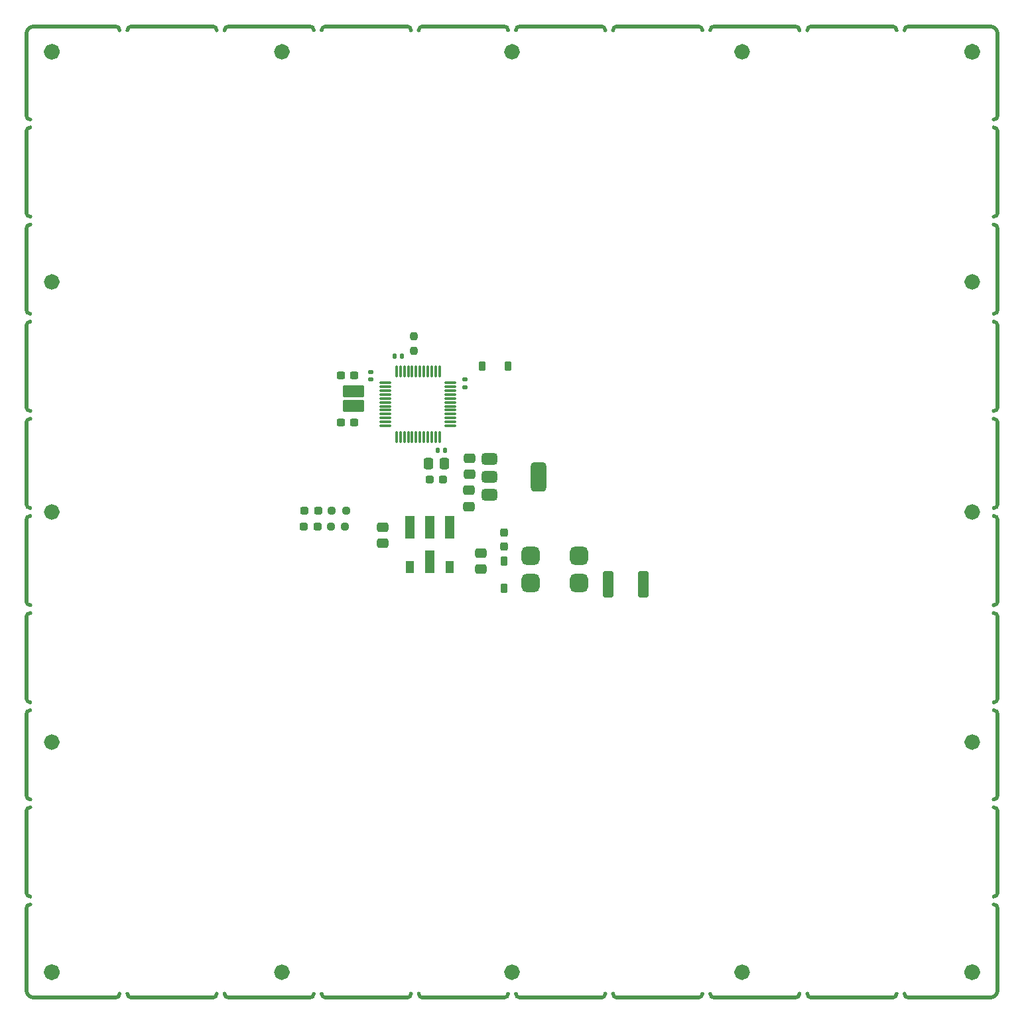
<source format=gtp>
G04 #@! TF.GenerationSoftware,KiCad,Pcbnew,9.0.1+1*
G04 #@! TF.CreationDate,2025-10-27T20:26:38+00:00*
G04 #@! TF.ProjectId,stencil,7374656e-6369-46c2-9e6b-696361645f70,rev?*
G04 #@! TF.SameCoordinates,Original*
G04 #@! TF.FileFunction,Paste,Top*
G04 #@! TF.FilePolarity,Positive*
%FSLAX46Y46*%
G04 Gerber Fmt 4.6, Leading zero omitted, Abs format (unit mm)*
G04 Created by KiCad (PCBNEW 9.0.1+1) date 2025-10-27 20:26:38*
%MOMM*%
%LPD*%
G01*
G04 APERTURE LIST*
G04 Aperture macros list*
%AMRoundRect*
0 Rectangle with rounded corners*
0 $1 Rounding radius*
0 $2 $3 $4 $5 $6 $7 $8 $9 X,Y pos of 4 corners*
0 Add a 4 corners polygon primitive as box body*
4,1,4,$2,$3,$4,$5,$6,$7,$8,$9,$2,$3,0*
0 Add four circle primitives for the rounded corners*
1,1,$1+$1,$2,$3*
1,1,$1+$1,$4,$5*
1,1,$1+$1,$6,$7*
1,1,$1+$1,$8,$9*
0 Add four rect primitives between the rounded corners*
20,1,$1+$1,$2,$3,$4,$5,0*
20,1,$1+$1,$4,$5,$6,$7,0*
20,1,$1+$1,$6,$7,$8,$9,0*
20,1,$1+$1,$8,$9,$2,$3,0*%
G04 Aperture macros list end*
%ADD10C,0.500000*%
%ADD11C,1.000000*%
%ADD12C,1.050000*%
%ADD13RoundRect,0.237500X-0.287500X-0.237500X0.287500X-0.237500X0.287500X0.237500X-0.287500X0.237500X0*%
%ADD14RoundRect,0.225000X-0.225000X-0.375000X0.225000X-0.375000X0.225000X0.375000X-0.225000X0.375000X0*%
%ADD15RoundRect,0.140000X-0.170000X0.140000X-0.170000X-0.140000X0.170000X-0.140000X0.170000X0.140000X0*%
%ADD16RoundRect,0.237500X-0.300000X-0.237500X0.300000X-0.237500X0.300000X0.237500X-0.300000X0.237500X0*%
%ADD17RoundRect,0.575000X-0.575000X-0.575000X0.575000X-0.575000X0.575000X0.575000X-0.575000X0.575000X0*%
%ADD18RoundRect,0.140000X0.170000X-0.140000X0.170000X0.140000X-0.170000X0.140000X-0.170000X-0.140000X0*%
%ADD19RoundRect,0.237500X-0.250000X-0.237500X0.250000X-0.237500X0.250000X0.237500X-0.250000X0.237500X0*%
%ADD20RoundRect,0.250000X-0.475000X0.337500X-0.475000X-0.337500X0.475000X-0.337500X0.475000X0.337500X0*%
%ADD21RoundRect,0.140000X0.140000X0.170000X-0.140000X0.170000X-0.140000X-0.170000X0.140000X-0.170000X0*%
%ADD22RoundRect,0.140000X-0.140000X-0.170000X0.140000X-0.170000X0.140000X0.170000X-0.140000X0.170000X0*%
%ADD23RoundRect,0.250000X0.337500X0.475000X-0.337500X0.475000X-0.337500X-0.475000X0.337500X-0.475000X0*%
%ADD24RoundRect,0.080000X-0.320000X0.480000X-0.320000X-0.480000X0.320000X-0.480000X0.320000X0.480000X0*%
%ADD25RoundRect,0.250000X0.400000X1.450000X-0.400000X1.450000X-0.400000X-1.450000X0.400000X-1.450000X0*%
%ADD26RoundRect,0.250000X0.475000X-0.337500X0.475000X0.337500X-0.475000X0.337500X-0.475000X-0.337500X0*%
%ADD27R,1.250000X2.870000*%
%ADD28R,1.050000X1.580000*%
%ADD29RoundRect,0.150000X-1.200000X0.600000X-1.200000X-0.600000X1.200000X-0.600000X1.200000X0.600000X0*%
%ADD30RoundRect,0.237500X-0.237500X0.250000X-0.237500X-0.250000X0.237500X-0.250000X0.237500X0.250000X0*%
%ADD31RoundRect,0.075000X-0.662500X-0.075000X0.662500X-0.075000X0.662500X0.075000X-0.662500X0.075000X0*%
%ADD32RoundRect,0.075000X-0.075000X-0.662500X0.075000X-0.662500X0.075000X0.662500X-0.075000X0.662500X0*%
%ADD33RoundRect,0.375000X-0.625000X-0.375000X0.625000X-0.375000X0.625000X0.375000X-0.625000X0.375000X0*%
%ADD34RoundRect,0.500000X-0.500000X-1.400000X0.500000X-1.400000X0.500000X1.400000X-0.500000X1.400000X0*%
%ADD35RoundRect,0.237500X-0.237500X0.287500X-0.237500X-0.287500X0.237500X-0.287500X0.237500X0.287500X0*%
G04 APERTURE END LIST*
D10*
X-18650000Y286750000D02*
X-8250000Y286750000D01*
X-7750000Y163250000D02*
G75*
G02*
X-8250000Y162750000I-500000J0D01*
G01*
X29450000Y163250000D02*
G75*
G02*
X28950000Y162750000I-500000J0D01*
G01*
X18050000Y286250000D02*
G75*
G02*
X18550000Y286750000I500000J0D01*
G01*
X18550000Y162750000D02*
G75*
G02*
X18050000Y163250000I0J500000D01*
G01*
X4650000Y163250000D02*
G75*
G02*
X4150000Y162750000I-500000J0D01*
G01*
D11*
X-6750000Y283500000D02*
G75*
G02*
X-7750000Y283500000I-500000J0D01*
G01*
X-7750000Y283500000D02*
G75*
G02*
X-6750000Y283500000I500000J0D01*
G01*
D10*
X-6250000Y286750000D02*
X4150000Y286750000D01*
X41850000Y163250000D02*
G75*
G02*
X41350000Y162750000I-500000J0D01*
G01*
D12*
X52025000Y283500000D02*
G75*
G02*
X50975000Y283500000I-525000J0D01*
G01*
X50975000Y283500000D02*
G75*
G02*
X52025000Y283500000I525000J0D01*
G01*
D10*
X-19150000Y286250000D02*
G75*
G02*
X-18650000Y286750000I500000J0D01*
G01*
X-20150000Y163250000D02*
G75*
G02*
X-20650000Y162750000I-500000J0D01*
G01*
X41350000Y286750000D02*
G75*
G02*
X41850000Y286250000I0J-500000D01*
G01*
X-69250000Y211350000D02*
G75*
G02*
X-68750000Y211850000I500001J-1D01*
G01*
X54250000Y261450000D02*
G75*
G02*
X54750000Y260950000I0J-500000D01*
G01*
X-69250000Y186550000D02*
G75*
G02*
X-68750000Y187050000I500001J-1D01*
G01*
X4150000Y286750000D02*
G75*
G02*
X4650000Y286250000I0J-500000D01*
G01*
X5650000Y286250000D02*
G75*
G02*
X6150000Y286750000I500000J0D01*
G01*
X6150000Y162750000D02*
G75*
G02*
X5650000Y163250000I0J500000D01*
G01*
X-68250000Y162750000D02*
G75*
G02*
X-69250000Y163750000I-1J999999D01*
G01*
X6150000Y162750000D02*
X16550000Y162750000D01*
X30950000Y162750000D02*
G75*
G02*
X30450000Y163250000I0J500000D01*
G01*
X-69250000Y223750000D02*
X-69250000Y213350000D01*
X43350000Y286750000D02*
X53750000Y286750000D01*
X43350000Y162750000D02*
G75*
G02*
X42850000Y163250000I0J500000D01*
G01*
X28950000Y286750000D02*
G75*
G02*
X29450000Y286250000I0J-500000D01*
G01*
X30950000Y162750000D02*
X41350000Y162750000D01*
X-18650000Y162750000D02*
X-8250000Y162750000D01*
X-69250000Y248550000D02*
X-69250000Y238150000D01*
D11*
X22625000Y283500000D02*
G75*
G02*
X21625000Y283500000I-500000J0D01*
G01*
X21625000Y283500000D02*
G75*
G02*
X22625000Y283500000I500000J0D01*
G01*
D10*
X-69250000Y174150000D02*
G75*
G02*
X-68750000Y174650000I500001J-1D01*
G01*
X54750000Y174150000D02*
X54750000Y163750000D01*
D12*
X52025000Y166000000D02*
G75*
G02*
X50975000Y166000000I-525000J0D01*
G01*
X50975000Y166000000D02*
G75*
G02*
X52025000Y166000000I525000J0D01*
G01*
D10*
X-69250000Y236150000D02*
X-69250000Y225750000D01*
X-69250000Y260950000D02*
X-69250000Y250550000D01*
D11*
X-36125000Y283500000D02*
G75*
G02*
X-37125000Y283500000I-500000J0D01*
G01*
X-37125000Y283500000D02*
G75*
G02*
X-36125000Y283500000I500000J0D01*
G01*
D10*
X-69250000Y198950000D02*
X-69250000Y188550000D01*
X54750000Y250550000D02*
G75*
G02*
X54250000Y250050000I-500000J0D01*
G01*
X16550000Y286750000D02*
G75*
G02*
X17050000Y286250000I0J-500000D01*
G01*
X-45450000Y286750000D02*
G75*
G02*
X-44950000Y286250000I0J-500000D01*
G01*
X-68750000Y262450000D02*
G75*
G02*
X-69250000Y262950000I1J500001D01*
G01*
X-18650000Y162750000D02*
G75*
G02*
X-19150000Y163250000I0J500000D01*
G01*
X43350000Y162750000D02*
X53750000Y162750000D01*
X54250000Y174650000D02*
G75*
G02*
X54750000Y174150000I0J-500000D01*
G01*
X-68250000Y162750000D02*
X-57850000Y162750000D01*
X-69250000Y223750000D02*
G75*
G02*
X-68750000Y224250000I500001J-1D01*
G01*
X54250000Y211850000D02*
G75*
G02*
X54750000Y211350000I0J-500000D01*
G01*
X54750000Y236150000D02*
X54750000Y225750000D01*
D11*
X-65500000Y224750000D02*
G75*
G02*
X-66500000Y224750000I-500000J0D01*
G01*
X-66500000Y224750000D02*
G75*
G02*
X-65500000Y224750000I500000J0D01*
G01*
D10*
X-32550000Y163250000D02*
G75*
G02*
X-33050000Y162750000I-500000J0D01*
G01*
X54250000Y199450000D02*
G75*
G02*
X54750000Y198950000I0J-500000D01*
G01*
X54750000Y188550000D02*
G75*
G02*
X54250000Y188050000I-500000J0D01*
G01*
X-69250000Y285750000D02*
G75*
G02*
X-68250000Y286750000I999999J1D01*
G01*
X53750000Y286750000D02*
G75*
G02*
X54750000Y285750000I0J-1000000D01*
G01*
X6150000Y286750000D02*
X16550000Y286750000D01*
X54750000Y260950000D02*
X54750000Y250550000D01*
X-69250000Y174150000D02*
X-69250000Y163750000D01*
X-31050000Y162750000D02*
X-20650000Y162750000D01*
X54750000Y211350000D02*
X54750000Y200950000D01*
X-31050000Y162750000D02*
G75*
G02*
X-31550000Y163250000I0J500000D01*
G01*
X-69250000Y211350000D02*
X-69250000Y200950000D01*
D11*
X-65500000Y254125000D02*
G75*
G02*
X-66500000Y254125000I-500000J0D01*
G01*
X-66500000Y254125000D02*
G75*
G02*
X-65500000Y254125000I500000J0D01*
G01*
D10*
X54250000Y236650000D02*
G75*
G02*
X54750000Y236150000I0J-500000D01*
G01*
X-6250000Y162750000D02*
X4150000Y162750000D01*
D11*
X52000000Y195375000D02*
G75*
G02*
X51000000Y195375000I-500000J0D01*
G01*
X51000000Y195375000D02*
G75*
G02*
X52000000Y195375000I500000J0D01*
G01*
D10*
X-68750000Y175650000D02*
G75*
G02*
X-69250000Y176150000I1J500001D01*
G01*
X-6750000Y286250000D02*
G75*
G02*
X-6250000Y286750000I500000J0D01*
G01*
X-43450000Y286750000D02*
X-33050000Y286750000D01*
X-31550000Y286250000D02*
G75*
G02*
X-31050000Y286750000I500000J0D01*
G01*
X-68750000Y212850000D02*
G75*
G02*
X-69250000Y213350000I1J500001D01*
G01*
X30950000Y286750000D02*
X41350000Y286750000D01*
D11*
X-6750000Y166000000D02*
G75*
G02*
X-7750000Y166000000I-500000J0D01*
G01*
X-7750000Y166000000D02*
G75*
G02*
X-6750000Y166000000I500000J0D01*
G01*
D10*
X18550000Y162750000D02*
X28950000Y162750000D01*
X-33050000Y286750000D02*
G75*
G02*
X-32550000Y286250000I0J-500000D01*
G01*
X-68750000Y237650000D02*
G75*
G02*
X-69250000Y238150000I1J500001D01*
G01*
X54250000Y187050000D02*
G75*
G02*
X54750000Y186550000I0J-500000D01*
G01*
X54750000Y285750000D02*
X54750000Y275350000D01*
X-68750000Y250050000D02*
G75*
G02*
X-69250000Y250550000I1J500001D01*
G01*
X54750000Y186550000D02*
X54750000Y176150000D01*
X54750000Y213350000D02*
G75*
G02*
X54250000Y212850000I-500000J0D01*
G01*
X-68750000Y225250000D02*
G75*
G02*
X-69250000Y225750000I1J500001D01*
G01*
X-69250000Y186550000D02*
X-69250000Y176150000D01*
X54250000Y249050000D02*
G75*
G02*
X54750000Y248550000I0J-500000D01*
G01*
X-8250000Y286750000D02*
G75*
G02*
X-7750000Y286250000I0J-500000D01*
G01*
X-43950000Y286250000D02*
G75*
G02*
X-43450000Y286750000I500000J0D01*
G01*
X17050000Y163250000D02*
G75*
G02*
X16550000Y162750000I-500000J0D01*
G01*
X-69250000Y285750000D02*
X-69250000Y275350000D01*
D11*
X-65500000Y195375000D02*
G75*
G02*
X-66500000Y195375000I-500000J0D01*
G01*
X-66500000Y195375000D02*
G75*
G02*
X-65500000Y195375000I500000J0D01*
G01*
D10*
X-56350000Y286250000D02*
G75*
G02*
X-55850000Y286750000I500001J-1D01*
G01*
X-68750000Y200450000D02*
G75*
G02*
X-69250000Y200950000I1J500001D01*
G01*
X-68250000Y286750000D02*
X-57850000Y286750000D01*
X-43450000Y162750000D02*
X-33050000Y162750000D01*
X-44950000Y163250000D02*
G75*
G02*
X-45450000Y162750000I-500000J0D01*
G01*
X-69250000Y198950000D02*
G75*
G02*
X-68750000Y199450000I500001J-1D01*
G01*
X54750000Y200950000D02*
G75*
G02*
X54250000Y200450000I-500000J0D01*
G01*
X42850000Y286250000D02*
G75*
G02*
X43350000Y286750000I500000J0D01*
G01*
X30450000Y286250000D02*
G75*
G02*
X30950000Y286750000I500000J0D01*
G01*
X-69250000Y248550000D02*
G75*
G02*
X-68750000Y249050000I500001J-1D01*
G01*
X-68750000Y188050000D02*
G75*
G02*
X-69250000Y188550000I1J500001D01*
G01*
X54250000Y224250000D02*
G75*
G02*
X54750000Y223750000I0J-500000D01*
G01*
X54750000Y238150000D02*
G75*
G02*
X54250000Y237650000I-500000J0D01*
G01*
X-31050000Y286750000D02*
X-20650000Y286750000D01*
X54750000Y273350000D02*
X54750000Y262950000D01*
X54750000Y275350000D02*
G75*
G02*
X54250000Y274850000I-500000J0D01*
G01*
X54750000Y225750000D02*
G75*
G02*
X54250000Y225250000I-500000J0D01*
G01*
X-55850000Y162750000D02*
G75*
G02*
X-56350000Y163250000I1J500001D01*
G01*
X-6250000Y162750000D02*
G75*
G02*
X-6750000Y163250000I0J500000D01*
G01*
X54750000Y262950000D02*
G75*
G02*
X54250000Y262450000I-500000J0D01*
G01*
D11*
X52000000Y224750000D02*
G75*
G02*
X51000000Y224750000I-500000J0D01*
G01*
X51000000Y224750000D02*
G75*
G02*
X52000000Y224750000I500000J0D01*
G01*
D10*
X18550000Y286750000D02*
X28950000Y286750000D01*
D11*
X22625000Y166000000D02*
G75*
G02*
X21625000Y166000000I-500000J0D01*
G01*
X21625000Y166000000D02*
G75*
G02*
X22625000Y166000000I500000J0D01*
G01*
D10*
X54750000Y163750000D02*
G75*
G02*
X53750000Y162750000I-1000000J0D01*
G01*
X-69250000Y273350000D02*
G75*
G02*
X-68750000Y273850000I500001J-1D01*
G01*
D12*
X-65475000Y283500000D02*
G75*
G02*
X-66525000Y283500000I-525000J0D01*
G01*
X-66525000Y283500000D02*
G75*
G02*
X-65475000Y283500000I525000J0D01*
G01*
D10*
X-55850000Y162750000D02*
X-45450000Y162750000D01*
X54750000Y248550000D02*
X54750000Y238150000D01*
X54750000Y198950000D02*
X54750000Y188550000D01*
D11*
X52000000Y254125000D02*
G75*
G02*
X51000000Y254125000I-500000J0D01*
G01*
X51000000Y254125000D02*
G75*
G02*
X52000000Y254125000I500000J0D01*
G01*
D10*
X-68750000Y274850000D02*
G75*
G02*
X-69250000Y275350000I1J500001D01*
G01*
X-69250000Y273350000D02*
X-69250000Y262950000D01*
X-57350000Y163250000D02*
G75*
G02*
X-57850000Y162750000I-500001J1D01*
G01*
X-69250000Y236150000D02*
G75*
G02*
X-68750000Y236650000I500001J-1D01*
G01*
X-43450000Y162750000D02*
G75*
G02*
X-43950000Y163250000I0J500000D01*
G01*
X54250000Y273850000D02*
G75*
G02*
X54750000Y273350000I0J-500000D01*
G01*
X-57850000Y286750000D02*
G75*
G02*
X-57350000Y286250000I-1J-500001D01*
G01*
X-55850000Y286750000D02*
X-45450000Y286750000D01*
D11*
X-36125000Y166000000D02*
G75*
G02*
X-37125000Y166000000I-500000J0D01*
G01*
X-37125000Y166000000D02*
G75*
G02*
X-36125000Y166000000I500000J0D01*
G01*
D10*
X54750000Y176150000D02*
G75*
G02*
X54250000Y175650000I-500000J0D01*
G01*
X54750000Y223750000D02*
X54750000Y213350000D01*
X-69250000Y260950000D02*
G75*
G02*
X-68750000Y261450000I500001J-1D01*
G01*
X-20650000Y286750000D02*
G75*
G02*
X-20150000Y286250000I0J-500000D01*
G01*
D12*
X-65475000Y166000000D02*
G75*
G02*
X-66525000Y166000000I-525000J0D01*
G01*
X-66525000Y166000000D02*
G75*
G02*
X-65475000Y166000000I525000J0D01*
G01*
D13*
G04 #@! TO.C,D2*
X-33712500Y224912500D03*
X-31962500Y224912500D03*
G04 #@! TD*
G04 #@! TO.C,FB1*
X-17787500Y228912500D03*
X-16037500Y228912500D03*
G04 #@! TD*
D14*
G04 #@! TO.C,D1*
X-11062500Y243412500D03*
X-7762500Y243412500D03*
G04 #@! TD*
D15*
G04 #@! TO.C,C6*
X-25250000Y242642500D03*
X-25250000Y241682500D03*
G04 #@! TD*
D16*
G04 #@! TO.C,C9*
X-29112500Y236162500D03*
X-27387500Y236162500D03*
G04 #@! TD*
D17*
G04 #@! TO.C,FL1*
X1300000Y215650000D03*
X-4900000Y215650000D03*
X1300000Y219150000D03*
X-4900000Y219150000D03*
G04 #@! TD*
D18*
G04 #@! TO.C,C4*
X-13250000Y240682500D03*
X-13250000Y241642500D03*
G04 #@! TD*
D19*
G04 #@! TO.C,R2*
X-30250000Y224912500D03*
X-28425000Y224912500D03*
G04 #@! TD*
D20*
G04 #@! TO.C,C12*
X-23750000Y222825000D03*
X-23750000Y220750000D03*
G04 #@! TD*
D13*
G04 #@! TO.C,D3*
X-33837500Y222912500D03*
X-32087500Y222912500D03*
G04 #@! TD*
D21*
G04 #@! TO.C,C5*
X-21270000Y244662500D03*
X-22230000Y244662500D03*
G04 #@! TD*
D22*
G04 #@! TO.C,C3*
X-16730000Y232662500D03*
X-15770000Y232662500D03*
G04 #@! TD*
D23*
G04 #@! TO.C,C1*
X-15875000Y230912500D03*
X-17950000Y230912500D03*
G04 #@! TD*
D24*
G04 #@! TO.C,D4*
X-8250000Y218480000D03*
X-8250000Y215020000D03*
G04 #@! TD*
D25*
G04 #@! TO.C,F2*
X9475000Y215500000D03*
X5025000Y215500000D03*
G04 #@! TD*
D26*
G04 #@! TO.C,C14*
X-12750000Y225462500D03*
X-12750000Y227537500D03*
G04 #@! TD*
G04 #@! TO.C,C13*
X-12700000Y229547500D03*
X-12700000Y231622500D03*
G04 #@! TD*
D27*
G04 #@! TO.C,D9*
X-15218670Y222787500D03*
X-17758670Y222787500D03*
X-20298670Y222787500D03*
D28*
X-20298670Y217712500D03*
D27*
X-17758670Y218357500D03*
D28*
X-15218670Y217712500D03*
G04 #@! TD*
D16*
G04 #@! TO.C,C8*
X-29112500Y242162500D03*
X-27387500Y242162500D03*
G04 #@! TD*
D26*
G04 #@! TO.C,C15*
X-11250000Y217462500D03*
X-11250000Y219537500D03*
G04 #@! TD*
D29*
G04 #@! TO.C,Y1*
X-27500000Y238300000D03*
X-27500000Y240200000D03*
G04 #@! TD*
D19*
G04 #@! TO.C,R3*
X-30375000Y222912500D03*
X-28550000Y222912500D03*
G04 #@! TD*
D30*
G04 #@! TO.C,R1*
X-19750000Y247162500D03*
X-19750000Y245337500D03*
G04 #@! TD*
D31*
G04 #@! TO.C,U1*
X-23412500Y241250000D03*
X-23412500Y240750000D03*
X-23412500Y240250000D03*
X-23412500Y239750000D03*
X-23412500Y239250000D03*
X-23412500Y238750000D03*
X-23412500Y238250000D03*
X-23412500Y237750000D03*
X-23412500Y237250000D03*
X-23412500Y236750000D03*
X-23412500Y236250000D03*
X-23412500Y235750000D03*
D32*
X-22000000Y234337500D03*
X-21500000Y234337500D03*
X-21000000Y234337500D03*
X-20500000Y234337500D03*
X-20000000Y234337500D03*
X-19500000Y234337500D03*
X-19000000Y234337500D03*
X-18500000Y234337500D03*
X-18000000Y234337500D03*
X-17500000Y234337500D03*
X-17000000Y234337500D03*
X-16500000Y234337500D03*
D31*
X-15087500Y235750000D03*
X-15087500Y236250000D03*
X-15087500Y236750000D03*
X-15087500Y237250000D03*
X-15087500Y237750000D03*
X-15087500Y238250000D03*
X-15087500Y238750000D03*
X-15087500Y239250000D03*
X-15087500Y239750000D03*
X-15087500Y240250000D03*
X-15087500Y240750000D03*
X-15087500Y241250000D03*
D32*
X-16500000Y242662500D03*
X-17000000Y242662500D03*
X-17500000Y242662500D03*
X-18000000Y242662500D03*
X-18500000Y242662500D03*
X-19000000Y242662500D03*
X-19500000Y242662500D03*
X-20000000Y242662500D03*
X-20500000Y242662500D03*
X-21000000Y242662500D03*
X-21500000Y242662500D03*
X-22000000Y242662500D03*
G04 #@! TD*
D33*
G04 #@! TO.C,U2*
X-10150000Y231550000D03*
X-10150000Y229250000D03*
D34*
X-3850000Y229250000D03*
D33*
X-10150000Y226950000D03*
G04 #@! TD*
D35*
G04 #@! TO.C,D8*
X-8250000Y222125000D03*
X-8250000Y220375000D03*
G04 #@! TD*
M02*

</source>
